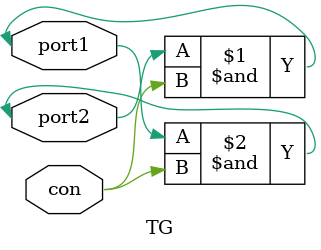
<source format=v>
module FPGA(IO, MAIN_CLOCK, MASTER_WCLOCK, MASTER_RES, CHANGE_ADDR, PROG_COMP, MEM_EN, W_DATA_IN); //Top-Level

inout [19:0]IO;
input MAIN_CLOCK;
input MASTER_WCLOCK, MASTER_RES, CHANGE_ADDR, PROG_COMP, MEM_EN, W_DATA_IN;

wire [76:0]IND_MASTER_EN;
wire [76:0]IND_MASTER_DIN;

//CLB to CB wires
wire [5:0]wcb1;
wire [5:0]wcb2;
wire [5:0]wcb3;
wire [5:0]wcb4;
wire [5:0]wcb5;
wire [5:0]wcb6;
wire [5:0]wcb7;
wire [5:0]wcb8;
wire [5:0]wcb9;
wire [5:0]wcb10;
wire [5:0]wcb11;
wire [5:0]wcb12;
wire [5:0]wcb13;
wire [5:0]wcb14;
wire [5:0]wcb15;
wire [5:0]wcb16;

//Horizontal Interconnects
wire [7:0]hw1;
wire [7:0]hw2;
wire [7:0]hw3;
wire [7:0]hw4;
wire [7:0]hw5;
wire [7:0]hw6;
wire [7:0]hw7;
wire [7:0]hw8;
wire [7:0]hw9;
wire [7:0]hw10;
wire [7:0]hw11;
wire [7:0]hw12;
wire [7:0]hw13;
wire [7:0]hw14;
wire [7:0]hw15;
wire [7:0]hw16;
wire [7:0]hw17;
wire [7:0]hw18;
wire [7:0]hw19;
wire [7:0]hw20;
wire [7:0]hw21;
wire [7:0]hw22;
wire [7:0]hw23;
wire [7:0]hw24;
wire [7:0]hw25;
wire [7:0]hw26;
wire [7:0]hw27;
wire [7:0]hw28;
wire [7:0]hw29;
wire [7:0]hw30;

//Vertical Intorconnects
wire [7:0]vw1;
wire [7:0]vw2;
wire [7:0]vw3;
wire [7:0]vw4;
wire [7:0]vw5;
wire [7:0]vw6;
wire [7:0]vw7;
wire [7:0]vw8;
wire [7:0]vw9;
wire [7:0]vw10;
wire [7:0]vw11;
wire [7:0]vw12;
wire [7:0]vw13;
wire [7:0]vw14;
wire [7:0]vw15;
wire [7:0]vw16;
wire [7:0]vw17;
wire [7:0]vw18;
wire [7:0]vw19;
wire [7:0]vw20;
wire [7:0]vw21;
wire [7:0]vw22;
wire [7:0]vw23;
wire [7:0]vw24;
wire [7:0]vw25;
wire [7:0]vw26;
wire [7:0]vw27;
wire [7:0]vw28;
wire [7:0]vw29;
wire [7:0]vw30;

MEM_CON mem(W_DATA_IN, MEM_EN, CHANGE_ADDR, PROG_COMP, IND_MASTER_EN, IND_MASTER_DIN);

//16 CLB units using 288 bits of memory
CLB clb1(wcb1[0], wcb1[1], wcb1[2], wcb1[3], MAIN_CLOCK, wcb1[4], wcb1[5], MASTER_WCLOCK, IND_MASTER_EN[0], MASTER_RES, IND_MASTER_DIN[0]);
CLB clb2(wcb2[0], wcb2[1], wcb2[2], wcb2[3], MAIN_CLOCK, wcb2[4], wcb2[5], MASTER_WCLOCK, IND_MASTER_EN[1], MASTER_RES, IND_MASTER_DIN[1]);
CLB clb3(wcb3[0], wcb3[1], wcb3[2], wcb3[3], MAIN_CLOCK, wcb3[4], wcb3[5], MASTER_WCLOCK, IND_MASTER_EN[2], MASTER_RES, IND_MASTER_DIN[2]);
CLB clb4(wcb4[0], wcb4[1], wcb4[2], wcb4[3], MAIN_CLOCK, wcb4[4], wcb4[5], MASTER_WCLOCK, IND_MASTER_EN[3], MASTER_RES, IND_MASTER_DIN[3]);

CLB clb5(wcb5[0], wcb5[1], wcb5[2], wcb5[3], MAIN_CLOCK, wcb5[4], wcb5[5], MASTER_WCLOCK, IND_MASTER_EN[4], MASTER_RES, IND_MASTER_DIN[4]);
CLB clb6(wcb6[0], wcb6[1], wcb6[2], wcb6[3], MAIN_CLOCK, wcb6[4], wcb6[5], MASTER_WCLOCK, IND_MASTER_EN[5], MASTER_RES, IND_MASTER_DIN[5]);
CLB clb7(wcb7[0], wcb7[1], wcb7[2], wcb7[3], MAIN_CLOCK, wcb7[4], wcb7[5], MASTER_WCLOCK, IND_MASTER_EN[6], MASTER_RES, IND_MASTER_DIN[6]);
CLB clb8(wcb8[0], wcb8[1], wcb8[2], wcb8[3], MAIN_CLOCK, wcb8[4], wcb8[5], MASTER_WCLOCK, IND_MASTER_EN[7], MASTER_RES, IND_MASTER_DIN[7]);

CLB clb9(wcb9[0], wcb9[1], wcb9[2], wcb9[3], MAIN_CLOCK, wcb9[4], wcb9[5], MASTER_WCLOCK, IND_MASTER_EN[8], MASTER_RES, IND_MASTER_DIN[8]);
CLB clb10(wcb10[0], wcb10[1], wcb10[2], wcb10[3], MAIN_CLOCK, wcb10[4], wcb10[5], MASTER_WCLOCK, IND_MASTER_EN[9], MASTER_RES, IND_MASTER_DIN[9]);
CLB clb11(wcb11[0], wcb11[1], wcb11[2], wcb11[3], MAIN_CLOCK, wcb11[4], wcb11[5], MASTER_WCLOCK, IND_MASTER_EN[10], MASTER_RES, IND_MASTER_DIN[10]);
CLB clb12(wcb12[0], wcb12[1], wcb12[2], wcb12[3], MAIN_CLOCK, wcb12[4], wcb12[5], MASTER_WCLOCK, IND_MASTER_EN[11], MASTER_RES, IND_MASTER_DIN[11]);

CLB clb13(wcb13[0], wcb13[1], wcb13[2], wcb13[3], MAIN_CLOCK, wcb13[4], wcb13[5], MASTER_WCLOCK, IND_MASTER_EN[12], MASTER_RES, IND_MASTER_DIN[12]);
CLB clb14(wcb14[0], wcb14[1], wcb14[2], wcb14[3], MAIN_CLOCK, wcb14[4], wcb14[5], MASTER_WCLOCK, IND_MASTER_EN[13], MASTER_RES, IND_MASTER_DIN[13]);
CLB clb15(wcb15[0], wcb15[1], wcb15[2], wcb15[3], MAIN_CLOCK, wcb15[4], wcb15[5], MASTER_WCLOCK, IND_MASTER_EN[14], MASTER_RES, IND_MASTER_DIN[14]);
CLB clb16(wcb16[0], wcb16[1], wcb16[2], wcb16[3], MAIN_CLOCK, wcb16[4], wcb16[5], MASTER_WCLOCK, IND_MASTER_EN[15], MASTER_RES, IND_MASTER_DIN[15]);

//25 SB units using 9600 bits of memory
SB sb1(vw1, vw6, hw1, hw2, MASTER_WCLOCK, IND_MASTER_EN[16], MASTER_RES, IND_MASTER_DIN[16]);
SB sb2(vw2, vw7, hw2, hw3, MASTER_WCLOCK, IND_MASTER_EN[17], MASTER_RES, IND_MASTER_DIN[17]);
SB sb3(vw3, vw8, hw3, hw4, MASTER_WCLOCK, IND_MASTER_EN[18], MASTER_RES, IND_MASTER_DIN[18]);
SB sb4(vw4, vw9, hw4, hw5, MASTER_WCLOCK, IND_MASTER_EN[19], MASTER_RES, IND_MASTER_DIN[19]);
SB sb5(vw5, vw10, hw5, hw6, MASTER_WCLOCK, IND_MASTER_EN[20], MASTER_RES, IND_MASTER_DIN[20]);

SB sb6(vw6, vw11, hw7, hw8, MASTER_WCLOCK, IND_MASTER_EN[21], MASTER_RES, IND_MASTER_DIN[21]);
SB sb7(vw7, vw12, hw8, hw9, MASTER_WCLOCK, IND_MASTER_EN[22], MASTER_RES, IND_MASTER_DIN[22]);
SB sb8(vw8, vw13, hw9, hw10, MASTER_WCLOCK, IND_MASTER_EN[23], MASTER_RES, IND_MASTER_DIN[23]);
SB sb9(vw9, vw14, hw10, hw11, MASTER_WCLOCK, IND_MASTER_EN[24], MASTER_RES, IND_MASTER_DIN[24]);
SB sb10(vw10, vw15, hw11, hw12, MASTER_WCLOCK, IND_MASTER_EN[25], MASTER_RES, IND_MASTER_DIN[25]);

SB sb11(vw11, vw16, hw13, hw14, MASTER_WCLOCK, IND_MASTER_EN[26], MASTER_RES, IND_MASTER_DIN[26]);
SB sb12(vw12, vw17, hw14, hw15, MASTER_WCLOCK, IND_MASTER_EN[27], MASTER_RES, IND_MASTER_DIN[27]);
SB sb13(vw13, vw18, hw15, hw16, MASTER_WCLOCK, IND_MASTER_EN[28], MASTER_RES, IND_MASTER_DIN[28]);
SB sb14(vw14, vw19, hw16, hw17, MASTER_WCLOCK, IND_MASTER_EN[29], MASTER_RES, IND_MASTER_DIN[29]);
SB sb15(vw15, vw20, hw17, hw18, MASTER_WCLOCK, IND_MASTER_EN[30], MASTER_RES, IND_MASTER_DIN[30]);

SB sb16(vw16, vw21, hw19, hw20, MASTER_WCLOCK, IND_MASTER_EN[31], MASTER_RES, IND_MASTER_DIN[31]);
SB sb17(vw17, vw22, hw20, hw21, MASTER_WCLOCK, IND_MASTER_EN[32], MASTER_RES, IND_MASTER_DIN[32]);
SB sb18(vw18, vw23, hw21, hw22, MASTER_WCLOCK, IND_MASTER_EN[33], MASTER_RES, IND_MASTER_DIN[33]);
SB sb19(vw19, vw24, hw22, hw23, MASTER_WCLOCK, IND_MASTER_EN[34], MASTER_RES, IND_MASTER_DIN[34]);
SB sb20(vw20, vw25, hw23, hw24, MASTER_WCLOCK, IND_MASTER_EN[35], MASTER_RES, IND_MASTER_DIN[35]);

SB sb21(vw21, vw26, hw25, hw26, MASTER_WCLOCK, IND_MASTER_EN[36], MASTER_RES, IND_MASTER_DIN[36]);
SB sb22(vw22, vw27, hw26, hw27, MASTER_WCLOCK, IND_MASTER_EN[37], MASTER_RES, IND_MASTER_DIN[37]);
SB sb23(vw23, vw28, hw27, hw28, MASTER_WCLOCK, IND_MASTER_EN[38], MASTER_RES, IND_MASTER_DIN[38]);
SB sb24(vw24, vw29, hw28, hw29, MASTER_WCLOCK, IND_MASTER_EN[39], MASTER_RES, IND_MASTER_DIN[39]);
SB sb25(vw25, vw30, hw29, hw30, MASTER_WCLOCK, IND_MASTER_EN[40], MASTER_RES, IND_MASTER_DIN[40]);

//16 CB units using 1792 bits of memory
CB cb1(wcb1, hw8, MASTER_WCLOCK, IND_MASTER_EN[41], MASTER_RES, IND_MASTER_DIN[41]);
CB cb2(wcb2, hw9, MASTER_WCLOCK, IND_MASTER_EN[42], MASTER_RES, IND_MASTER_DIN[42]);
CB cb3(wcb3, hw10, MASTER_WCLOCK, IND_MASTER_EN[43], MASTER_RES, IND_MASTER_DIN[43]);
CB cb4(wcb4, hw11, MASTER_WCLOCK, IND_MASTER_EN[44], MASTER_RES, IND_MASTER_DIN[44]);

CB cb5(wcb5, hw14, MASTER_WCLOCK, IND_MASTER_EN[45], MASTER_RES, IND_MASTER_DIN[45]);
CB cb6(wcb6, hw15, MASTER_WCLOCK, IND_MASTER_EN[46], MASTER_RES, IND_MASTER_DIN[46]);
CB cb7(wcb7, hw16, MASTER_WCLOCK, IND_MASTER_EN[47], MASTER_RES, IND_MASTER_DIN[47]);
CB cb8(wcb8, hw17, MASTER_WCLOCK, IND_MASTER_EN[48], MASTER_RES, IND_MASTER_DIN[48]);

CB cb9(wcb9, hw20, MASTER_WCLOCK, IND_MASTER_EN[49], MASTER_RES, IND_MASTER_DIN[49]);
CB cb10(wcb10, hw21, MASTER_WCLOCK, IND_MASTER_EN[50], MASTER_RES, IND_MASTER_DIN[50]);
CB cb11(wcb11, hw22, MASTER_WCLOCK, IND_MASTER_EN[51], MASTER_RES, IND_MASTER_DIN[51]);
CB cb12(wcb12, hw23, MASTER_WCLOCK, IND_MASTER_EN[52], MASTER_RES, IND_MASTER_DIN[52]);

CB cb13(wcb13, hw26, MASTER_WCLOCK, IND_MASTER_EN[53], MASTER_RES, IND_MASTER_DIN[53]);
CB cb14(wcb14, hw27, MASTER_WCLOCK, IND_MASTER_EN[54], MASTER_RES, IND_MASTER_DIN[54]);
CB cb15(wcb15, hw28, MASTER_WCLOCK, IND_MASTER_EN[55], MASTER_RES, IND_MASTER_DIN[55]);
CB cb16(wcb16, hw29, MASTER_WCLOCK, IND_MASTER_EN[56], MASTER_RES, IND_MASTER_DIN[56]);

//20 IOB units using 160 bits of memory
IOB iob1(IO[0], hw1, MASTER_WCLOCK, IND_MASTER_EN[57], MASTER_RES, IND_MASTER_DIN[57]);
IOB iob2(IO[1], hw7, MASTER_WCLOCK, IND_MASTER_EN[58], MASTER_RES, IND_MASTER_DIN[58]);
IOB iob3(IO[2], hw13, MASTER_WCLOCK, IND_MASTER_EN[59], MASTER_RES, IND_MASTER_DIN[59]);
IOB iob4(IO[3], hw19, MASTER_WCLOCK, IND_MASTER_EN[60], MASTER_RES, IND_MASTER_DIN[60]);
IOB iob5(IO[4], hw25, MASTER_WCLOCK, IND_MASTER_EN[61], MASTER_RES, IND_MASTER_DIN[61]);

IOB iob6(IO[5], vw26, MASTER_WCLOCK, IND_MASTER_EN[62], MASTER_RES, IND_MASTER_DIN[62]);
IOB iob7(IO[6], vw27, MASTER_WCLOCK, IND_MASTER_EN[63], MASTER_RES, IND_MASTER_DIN[63]);
IOB iob8(IO[7], vw28, MASTER_WCLOCK, IND_MASTER_EN[64], MASTER_RES, IND_MASTER_DIN[64]);
IOB iob9(IO[8], vw29, MASTER_WCLOCK, IND_MASTER_EN[65], MASTER_RES, IND_MASTER_DIN[65]);
IOB iob10(IO[9], vw30, MASTER_WCLOCK, IND_MASTER_EN[66], MASTER_RES, IND_MASTER_DIN[66]);

IOB iob11(IO[10], hw30, MASTER_WCLOCK, IND_MASTER_EN[67], MASTER_RES, IND_MASTER_DIN[67]);
IOB iob12(IO[11], hw24, MASTER_WCLOCK, IND_MASTER_EN[68], MASTER_RES, IND_MASTER_DIN[68]);
IOB iob13(IO[12], hw18, MASTER_WCLOCK, IND_MASTER_EN[69], MASTER_RES, IND_MASTER_DIN[69]);
IOB iob14(IO[13], hw12, MASTER_WCLOCK, IND_MASTER_EN[70], MASTER_RES, IND_MASTER_DIN[70]);
IOB iob15(IO[14], hw6, MASTER_WCLOCK, IND_MASTER_EN[71], MASTER_RES, IND_MASTER_DIN[71]);

IOB iob16(IO[15], vw5, MASTER_WCLOCK, IND_MASTER_EN[72], MASTER_RES, IND_MASTER_DIN[72]);
IOB iob17(IO[16], vw4, MASTER_WCLOCK, IND_MASTER_EN[73], MASTER_RES, IND_MASTER_DIN[73]);
IOB iob18(IO[17], vw3, MASTER_WCLOCK, IND_MASTER_EN[74], MASTER_RES, IND_MASTER_DIN[74]);
IOB iob19(IO[18], vw2, MASTER_WCLOCK, IND_MASTER_EN[75], MASTER_RES, IND_MASTER_DIN[75]);
IOB iob20(IO[19], vw1, MASTER_WCLOCK, IND_MASTER_EN[76], MASTER_RES, IND_MASTER_DIN[76]);

endmodule


module MEM_CON(MASTER_DIN, MEM_CON_EN, CH_ADDR, PROG_DONE, BLOCK_SEL, BLOCK_DIN); //Memory Controller

input MASTER_DIN, MEM_CON_EN, CH_ADDR, PROG_DONE;
output reg [76:0]BLOCK_SEL;
output reg [76:0]BLOCK_DIN;
wire [6:0]ADDR_BUS;

ADDR_GEN ag1(CH_ADDR, PROG_DONE, ADDR_BUS);

always@*
begin
  if(MEM_CON_EN)
  begin
    case(ADDR_BUS)

    7'd0:
    begin
    BLOCK_SEL = 77'd0;
    BLOCK_DIN = 77'd0;
    BLOCK_SEL[0] = 1'b1;
    BLOCK_DIN[0] = MASTER_DIN;
    end

    7'd1:
    begin
    BLOCK_SEL = 77'd0;
    BLOCK_DIN = 77'd0;
    BLOCK_SEL[1] = 1'b1;
    BLOCK_DIN[1] = MASTER_DIN;
    end

    7'd2:
    begin
    BLOCK_SEL = 77'd0;
    BLOCK_DIN = 77'd0;
    BLOCK_SEL[2] = 1'b1;
    BLOCK_DIN[2] = MASTER_DIN;
    end

    7'd3:
    begin
    BLOCK_SEL = 77'd0;
    BLOCK_DIN = 77'd0;
    BLOCK_SEL[3] = 1'b1;
    BLOCK_DIN[3] = MASTER_DIN;
    end

    7'd4:
    begin
    BLOCK_SEL = 77'd0;
    BLOCK_DIN = 77'd0;
    BLOCK_SEL[4] = 1'b1;
    BLOCK_DIN[4] = MASTER_DIN;
    end

    7'd5:
    begin
    BLOCK_SEL = 77'd0;
    BLOCK_DIN = 77'd0;
    BLOCK_SEL[5] = 1'b1;
    BLOCK_DIN[5] = MASTER_DIN;
    end

    7'd6:
    begin
    BLOCK_SEL = 77'd0;
    BLOCK_DIN = 77'd0;
    BLOCK_SEL[6] = 1'b1;
    BLOCK_DIN[6] = MASTER_DIN;
    end

    7'd7:
    begin
    BLOCK_SEL = 77'd0;
    BLOCK_DIN = 77'd0;
    BLOCK_SEL[7] = 1'b1;
    BLOCK_DIN[7] = MASTER_DIN;
    end

    7'd8:
    begin
    BLOCK_SEL = 77'd0;
    BLOCK_DIN = 77'd0;
    BLOCK_SEL[8] = 1'b1;
    BLOCK_DIN[8] = MASTER_DIN;
    end

    7'd9:
    begin
    BLOCK_SEL = 77'd0;
    BLOCK_DIN = 77'd0;
    BLOCK_SEL[9] = 1'b1;
    BLOCK_DIN[9] = MASTER_DIN;
    end

    7'd10:
    begin
    BLOCK_SEL = 77'd0;
    BLOCK_DIN = 77'd0;
    BLOCK_SEL[10] = 1'b1;
    BLOCK_DIN[10] = MASTER_DIN;
    end

    7'd11:
    begin
    BLOCK_SEL = 77'd0;
    BLOCK_DIN = 77'd0;
    BLOCK_SEL[11] = 1'b1;
    BLOCK_DIN[11] = MASTER_DIN;
    end

    7'd12:
    begin
    BLOCK_SEL = 77'd0;
    BLOCK_DIN = 77'd0;
    BLOCK_SEL[12] = 1'b1;
    BLOCK_DIN[12] = MASTER_DIN;
    end

    7'd13:
    begin
    BLOCK_SEL = 77'd0;
    BLOCK_DIN = 77'd0;
    BLOCK_SEL[13] = 1'b1;
    BLOCK_DIN[13] = MASTER_DIN;
    end

    7'd14:
    begin
    BLOCK_SEL = 77'd0;
    BLOCK_DIN = 77'd0;
    BLOCK_SEL[14] = 1'b1;
    BLOCK_DIN[14] = MASTER_DIN;
    end

    7'd15:
    begin
    BLOCK_SEL = 77'd0;
    BLOCK_DIN = 77'd0;
    BLOCK_SEL[15] = 1'b1;
    BLOCK_DIN[15] = MASTER_DIN;
    end

    7'd16:
    begin
    BLOCK_SEL = 77'd0;
    BLOCK_DIN = 77'd0;
    BLOCK_SEL[16] = 1'b1;
    BLOCK_DIN[16] = MASTER_DIN;
    end

    7'd17:
    begin
    BLOCK_SEL = 77'd0;
    BLOCK_DIN = 77'd0;
    BLOCK_SEL[17] = 1'b1;
    BLOCK_DIN[17] = MASTER_DIN;
    end

    7'd18:
    begin
    BLOCK_SEL = 77'd0;
    BLOCK_DIN = 77'd0;
    BLOCK_SEL[18] = 1'b1;
    BLOCK_DIN[18] = MASTER_DIN;
    end

    7'd19:
    begin
    BLOCK_SEL = 77'd0;
    BLOCK_DIN = 77'd0;
    BLOCK_SEL[19] = 1'b1;
    BLOCK_DIN[19] = MASTER_DIN;
    end

    7'd20:
    begin
    BLOCK_SEL = 77'd0;
    BLOCK_DIN = 77'd0;
    BLOCK_SEL[20] = 1'b1;
    BLOCK_DIN[20] = MASTER_DIN;
    end

    7'd21:
    begin
    BLOCK_SEL = 77'd0;
    BLOCK_DIN = 77'd0;
    BLOCK_SEL[21] = 1'b1;
    BLOCK_DIN[21] = MASTER_DIN;
    end

    7'd22:
    begin
    BLOCK_SEL = 77'd0;
    BLOCK_DIN = 77'd0;
    BLOCK_SEL[22] = 1'b1;
    BLOCK_DIN[22] = MASTER_DIN;
    end

    7'd23:
    begin
    BLOCK_SEL = 77'd0;
    BLOCK_DIN = 77'd0;
    BLOCK_SEL[23] = 1'b1;
    BLOCK_DIN[23] = MASTER_DIN;
    end

    7'd24:
    begin
    BLOCK_SEL = 77'd0;
    BLOCK_DIN = 77'd0;
    BLOCK_SEL[24] = 1'b1;
    BLOCK_DIN[24] = MASTER_DIN;
    end

    7'd25:
    begin
    BLOCK_SEL = 77'd0;
    BLOCK_DIN = 77'd0;
    BLOCK_SEL[25] = 1'b1;
    BLOCK_DIN[25] = MASTER_DIN;
    end

    7'd26:
    begin
    BLOCK_SEL = 77'd0;
    BLOCK_DIN = 77'd0;
    BLOCK_SEL[26] = 1'b1;
    BLOCK_DIN[26] = MASTER_DIN;
    end

    7'd27:
    begin
    BLOCK_SEL = 77'd0;
    BLOCK_DIN = 77'd0;
    BLOCK_SEL[27] = 1'b1;
    BLOCK_DIN[27] = MASTER_DIN;
    end

    7'd28:
    begin
    BLOCK_SEL = 77'd0;
    BLOCK_DIN = 77'd0;
    BLOCK_SEL[28] = 1'b1;
    BLOCK_DIN[28] = MASTER_DIN;
    end

    7'd29:
    begin
    BLOCK_SEL = 77'd0;
    BLOCK_DIN = 77'd0;
    BLOCK_SEL[29] = 1'b1;
    BLOCK_DIN[29] = MASTER_DIN;
    end

    7'd30:
    begin
    BLOCK_SEL = 77'd0;
    BLOCK_DIN = 77'd0;
    BLOCK_SEL[30] = 1'b1;
    BLOCK_DIN[30] = MASTER_DIN;
    end

    7'd31:
    begin
    BLOCK_SEL = 77'd0;
    BLOCK_DIN = 77'd0;
    BLOCK_SEL[31] = 1'b1;
    BLOCK_DIN[31] = MASTER_DIN;
    end

    7'd32:
    begin
    BLOCK_SEL = 77'd0;
    BLOCK_DIN = 77'd0;
    BLOCK_SEL[32] = 1'b1;
    BLOCK_DIN[32] = MASTER_DIN;
    end

    7'd33:
    begin
    BLOCK_SEL = 77'd0;
    BLOCK_DIN = 77'd0;
    BLOCK_SEL[33] = 1'b1;
    BLOCK_DIN[33] = MASTER_DIN;
    end

    7'd34:
    begin
    BLOCK_SEL = 77'd0;
    BLOCK_DIN = 77'd0;
    BLOCK_SEL[34] = 1'b1;
    BLOCK_DIN[34] = MASTER_DIN;
    end

    7'd35:
    begin
    BLOCK_SEL = 77'd0;
    BLOCK_DIN = 77'd0;
    BLOCK_SEL[35] = 1'b1;
    BLOCK_DIN[35] = MASTER_DIN;
    end

    7'd36:
    begin
    BLOCK_SEL = 77'd0;
    BLOCK_DIN = 77'd0;
    BLOCK_SEL[36] = 1'b1;
    BLOCK_DIN[36] = MASTER_DIN;
    end

    7'd37:
    begin
    BLOCK_SEL = 77'd0;
    BLOCK_DIN = 77'd0;
    BLOCK_SEL[37] = 1'b1;
    BLOCK_DIN[37] = MASTER_DIN;
    end

    7'd38:
    begin
    BLOCK_SEL = 77'd0;
    BLOCK_DIN = 77'd0;
    BLOCK_SEL[38] = 1'b1;
    BLOCK_DIN[38] = MASTER_DIN;
    end

    7'd39:
    begin
    BLOCK_SEL = 77'd0;
    BLOCK_DIN = 77'd0;
    BLOCK_SEL[39] = 1'b1;
    BLOCK_DIN[39] = MASTER_DIN;
    end

    7'd40:
    begin
    BLOCK_SEL = 77'd0;
    BLOCK_DIN = 77'd0;
    BLOCK_SEL[40] = 1'b1;
    BLOCK_DIN[40] = MASTER_DIN;
    end

    7'd41:
    begin
    BLOCK_SEL = 77'd0;
    BLOCK_DIN = 77'd0;
    BLOCK_SEL[41] = 1'b1;
    BLOCK_DIN[41] = MASTER_DIN;
    end

    7'd42:
    begin
    BLOCK_SEL = 77'd0;
    BLOCK_DIN = 77'd0;
    BLOCK_SEL[42] = 1'b1;
    BLOCK_DIN[42] = MASTER_DIN;
    end

    7'd43:
    begin
    BLOCK_SEL = 77'd0;
    BLOCK_DIN = 77'd0;
    BLOCK_SEL[43] = 1'b1;
    BLOCK_DIN[43] = MASTER_DIN;
    end

    7'd44:
    begin
    BLOCK_SEL = 77'd0;
    BLOCK_DIN = 77'd0;
    BLOCK_SEL[44] = 1'b1;
    BLOCK_DIN[44] = MASTER_DIN;
    end

    7'd45:
    begin
    BLOCK_SEL = 77'd0;
    BLOCK_DIN = 77'd0;
    BLOCK_SEL[45] = 1'b1;
    BLOCK_DIN[45] = MASTER_DIN;
    end

    7'd46:
    begin
    BLOCK_SEL = 77'd0;
    BLOCK_DIN = 77'd0;
    BLOCK_SEL[46] = 1'b1;
    BLOCK_DIN[46] = MASTER_DIN;
    end

    7'd47:
    begin
    BLOCK_SEL = 77'd0;
    BLOCK_DIN = 77'd0;
    BLOCK_SEL[47] = 1'b1;
    BLOCK_DIN[47] = MASTER_DIN;
    end

    7'd48:
    begin
    BLOCK_SEL = 77'd0;
    BLOCK_DIN = 77'd0;
    BLOCK_SEL[48] = 1'b1;
    BLOCK_DIN[48] = MASTER_DIN;
    end

    7'd49:
    begin
    BLOCK_SEL = 77'd0;
    BLOCK_DIN = 77'd0;
    BLOCK_SEL[49] = 1'b1;
    BLOCK_DIN[49] = MASTER_DIN;
    end

    7'd50:
    begin
    BLOCK_SEL = 77'd0;
    BLOCK_DIN = 77'd0;
    BLOCK_SEL[50] = 1'b1;
    BLOCK_DIN[50] = MASTER_DIN;
    end

    7'd51:
    begin
    BLOCK_SEL = 77'd0;
    BLOCK_DIN = 77'd0;
    BLOCK_SEL[51] = 1'b1;
    BLOCK_DIN[51] = MASTER_DIN;
    end

    7'd52:
    begin
    BLOCK_SEL = 77'd0;
    BLOCK_DIN = 77'd0;
    BLOCK_SEL[52] = 1'b1;
    BLOCK_DIN[52] = MASTER_DIN;
    end

    7'd53:
    begin
    BLOCK_SEL = 77'd0;
    BLOCK_DIN = 77'd0;
    BLOCK_SEL[53] = 1'b1;
    BLOCK_DIN[53] = MASTER_DIN;
    end

    7'd54:
    begin
    BLOCK_SEL = 77'd0;
    BLOCK_DIN = 77'd0;
    BLOCK_SEL[54] = 1'b1;
    BLOCK_DIN[54] = MASTER_DIN;
    end

    7'd55:
    begin
    BLOCK_SEL = 77'd0;
    BLOCK_DIN = 77'd0;
    BLOCK_SEL[55] = 1'b1;
    BLOCK_DIN[55] = MASTER_DIN;
    end

    7'd56:
    begin
    BLOCK_SEL = 77'd0;
    BLOCK_DIN = 77'd0;
    BLOCK_SEL[56] = 1'b1;
    BLOCK_DIN[56] = MASTER_DIN;
    end

    7'd57:
    begin
    BLOCK_SEL = 77'd0;
    BLOCK_DIN = 77'd0;
    BLOCK_SEL[57] = 1'b1;
    BLOCK_DIN[57] = MASTER_DIN;
    end

    7'd58:
    begin
    BLOCK_SEL = 77'd0;
    BLOCK_DIN = 77'd0;
    BLOCK_SEL[58] = 1'b1;
    BLOCK_DIN[58] = MASTER_DIN;
    end

    7'd59:
    begin
    BLOCK_SEL = 77'd0;
    BLOCK_DIN = 77'd0;
    BLOCK_SEL[59] = 1'b1;
    BLOCK_DIN[59] = MASTER_DIN;
    end

    7'd60:
    begin
    BLOCK_SEL = 77'd0;
    BLOCK_DIN = 77'd0;
    BLOCK_SEL[60] = 1'b1;
    BLOCK_DIN[60] = MASTER_DIN;
    end

    7'd61:
    begin
    BLOCK_SEL = 77'd0;
    BLOCK_DIN = 77'd0;
    BLOCK_SEL[61] = 1'b1;
    BLOCK_DIN[61] = MASTER_DIN;
    end

    7'd62:
    begin
    BLOCK_SEL = 77'd0;
    BLOCK_DIN = 77'd0;
    BLOCK_SEL[62] = 1'b1;
    BLOCK_DIN[62] = MASTER_DIN;
    end

    7'd63:
    begin
    BLOCK_SEL = 77'd0;
    BLOCK_DIN = 77'd0;
    BLOCK_SEL[63] = 1'b1;
    BLOCK_DIN[63] = MASTER_DIN;
    end

    7'd64:
    begin
    BLOCK_SEL = 77'd0;
    BLOCK_DIN = 77'd0;
    BLOCK_SEL[64] = 1'b1;
    BLOCK_DIN[64] = MASTER_DIN;
    end

    7'd65:
    begin
    BLOCK_SEL = 77'd0;
    BLOCK_DIN = 77'd0;
    BLOCK_SEL[65] = 1'b1;
    BLOCK_DIN[65] = MASTER_DIN;
    end

    7'd66:
    begin
    BLOCK_SEL = 77'd0;
    BLOCK_DIN = 77'd0;
    BLOCK_SEL[66] = 1'b1;
    BLOCK_DIN[66] = MASTER_DIN;
    end

    7'd67:
    begin
    BLOCK_SEL = 77'd0;
    BLOCK_DIN = 77'd0;
    BLOCK_SEL[67] = 1'b1;
    BLOCK_DIN[67] = MASTER_DIN;
    end

    7'd68:
    begin
    BLOCK_SEL = 77'd0;
    BLOCK_DIN = 77'd0;
    BLOCK_SEL[68] = 1'b1;
    BLOCK_DIN[68] = MASTER_DIN;
    end

    7'd69:
    begin
    BLOCK_SEL = 77'd0;
    BLOCK_DIN = 77'd0;
    BLOCK_SEL[69] = 1'b1;
    BLOCK_DIN[69] = MASTER_DIN;
    end

    7'd70:
    begin
    BLOCK_SEL = 77'd0;
    BLOCK_DIN = 77'd0;
    BLOCK_SEL[70] = 1'b1;
    BLOCK_DIN[70] = MASTER_DIN;
    end

    7'd71:
    begin
    BLOCK_SEL = 77'd0;
    BLOCK_DIN = 77'd0;
    BLOCK_SEL[71] = 1'b1;
    BLOCK_DIN[71] = MASTER_DIN;
    end

    7'd72:
    begin
    BLOCK_SEL = 77'd0;
    BLOCK_DIN = 77'd0;
    BLOCK_SEL[72] = 1'b1;
    BLOCK_DIN[72] = MASTER_DIN;
    end

    7'd73:
    begin
    BLOCK_SEL = 77'd0;
    BLOCK_DIN = 77'd0;
    BLOCK_SEL[73] = 1'b1;
    BLOCK_DIN[73] = MASTER_DIN;
    end

    7'd74:
    begin
    BLOCK_SEL = 77'd0;
    BLOCK_DIN = 77'd0;
    BLOCK_SEL[74] = 1'b1;
    BLOCK_DIN[74] = MASTER_DIN;
    end

    7'd75:
    begin
    BLOCK_SEL = 77'd0;
    BLOCK_DIN = 77'd0;
    BLOCK_SEL[75] = 1'b1;
    BLOCK_DIN[75] = MASTER_DIN;
    end

    7'd76:
    begin
    BLOCK_SEL = 77'd0;
    BLOCK_DIN = 77'd0;
    BLOCK_SEL[76] = 1'b1;
    BLOCK_DIN[76] = MASTER_DIN;
    end

    default:
    begin
    BLOCK_SEL = 77'd0;
    BLOCK_DIN = 77'd0;
    end

    endcase
  end
end

endmodule


module ADDR_GEN(CH, RES, ADDR); //Address Generator

input CH, RES;
output reg [6:0]ADDR;

always@*
begin
  ADDR = 7'd0;
  if(~RES)
  begin
    if(CH)
    begin
      ADDR <= ADDR + 1;
    end
    else
    begin
      ADDR <= ADDR;
    end
  end
  else
  begin
    ADDR <= 7'd0;
  end
end

endmodule


module CLB(a, b, c, d, clock, reset, out, DAT_CLK_CLB, DAT_EN_CLB, DAT_RES_CLB, DAT_CLB); //Configurable Logic Blocks
  
  input DAT_CLK_CLB, DAT_EN_CLB, DAT_RES_CLB, DAT_CLB;
  input clock, reset;
  input a,b,c,d;
  output out;
  wire [17:0]IND_CLB;
  wire [7:0]SIPO_logic_bits_ti = IND_CLB[7:0];
  wire [7:0]SIPO_logic_bits_fi = IND_CLB[15:8];
  wire SIPO_clk_select = IND_CLB[16];
  wire SIPO_mem_enable = IND_CLB[17];
  wire n1, n2, n3, n4, clock_mod;

  SIPO_CLB sclb1(DAT_CLK_CLB, DAT_EN_CLB, DAT_RES_CLB, DAT_CLB, IND_CLB);

  LUT_3 l1(SIPO_logic_bits_ti, a, b, c, n1);
  LUT_3 l2(SIPO_logic_bits_fi, a, b, c, n2);
  mux_2x1 m1(n1, n2, d, n3);
  mux_2x1 m2(clock, ~clock, SIPO_clk_select, clock_mod);
  D_FF ff1(clock_mod, reset, n3, n4);
  mux_2x1 m3(n3, n4, SIPO_mem_enable, out);

endmodule


module SIPO_CLB(WCLOCK, EN, RES, DAT_IN, DAT_OUT); //Serial Input Parallel Output Register Block for CLB

input WCLOCK, EN, RES, DAT_IN;
output reg[17:0] DAT_OUT;

always@(posedge WCLOCK)
begin
  if(~RES)
  begin
    if(EN)
    begin
    DAT_OUT[17] <= DAT_IN;
    DAT_OUT[16] <= DAT_OUT[17];
    DAT_OUT[15] <= DAT_OUT[16];
    DAT_OUT[14] <= DAT_OUT[15];
    DAT_OUT[13] <= DAT_OUT[14];
    DAT_OUT[12] <= DAT_OUT[13];
    DAT_OUT[11] <= DAT_OUT[12];
    DAT_OUT[10] <= DAT_OUT[11];
    DAT_OUT[9] <= DAT_OUT[10];
    DAT_OUT[8] <= DAT_OUT[9];
    DAT_OUT[7] <= DAT_OUT[8];
    DAT_OUT[6] <= DAT_OUT[7];
    DAT_OUT[5] <= DAT_OUT[6];
    DAT_OUT[4] <= DAT_OUT[5];
    DAT_OUT[3] <= DAT_OUT[4];
    DAT_OUT[2] <= DAT_OUT[3];
    DAT_OUT[1] <= DAT_OUT[2];
    DAT_OUT[0] <= DAT_OUT[1];
    end
    else
    begin
    DAT_OUT <= DAT_OUT;
    end
  end
  else
  begin
  DAT_OUT <= 18'd0;
  end
end

endmodule


module SB(top_bus, bottom_bus, left_bus, right_bus, DAT_CLK_SB, DAT_EN_SB, DAT_RES_SB, DAT_SB); //Switch Block

  inout [7:0]top_bus;
  inout [7:0]bottom_bus;
  inout [7:0]left_bus;
  inout [7:0]right_bus;
  input DAT_CLK_SB, DAT_EN_SB, DAT_RES_SB, DAT_SB;
  wire [383:0]IND_SB;
  wire [55:0]hn;
  wire [55:0]vn;

  SIPO_SB ssb1(DAT_CLK_SB, DAT_EN_SB, DAT_RES_SB, DAT_SB, IND_SB);
  
  SU s1(top_bus[0], vn[0], left_bus[0], hn[0], IND_SB[5:0]);
  SU s2(top_bus[1], vn[1], hn[0], hn[1], IND_SB[11:6]);
  SU s3(top_bus[2], vn[2], hn[1], hn[2], IND_SB[17:12]);
  SU s4(top_bus[3], vn[3], hn[2], hn[3], IND_SB[23:18]);
  SU s5(top_bus[4], vn[4], hn[3], hn[4], IND_SB[29:24]);
  SU s6(top_bus[5], vn[5], hn[4], hn[5], IND_SB[35:30]);
  SU s7(top_bus[6], vn[6], hn[5], hn[6], IND_SB[41:36]);
  SU s8(top_bus[7], vn[7], hn[6], right_bus[0], IND_SB[47:42]);
  
  SU s9(vn[0], vn[8], left_bus[1], hn[7], IND_SB[53:48]);
  SU s10(vn[1], vn[9], hn[7], hn[8], IND_SB[59:54]);
  SU s11(vn[2], vn[10], hn[8], hn[9], IND_SB[65:60]);
  SU s12(vn[3], vn[11], hn[9], hn[10], IND_SB[71:66]);
  SU s13(vn[4], vn[12], hn[10], hn[11], IND_SB[77:72]);
  SU s14(vn[5], vn[13], hn[11], hn[12], IND_SB[83:78]);
  SU s15(vn[6], vn[14], hn[12], hn[13], IND_SB[89:84]);
  SU s16(vn[7], vn[15], hn[13], right_bus[1], IND_SB[95:90]);
  
  SU s17(vn[8], vn[16], left_bus[2], hn[14], IND_SB[101:96]);
  SU s18(vn[9], vn[17], hn[14], hn[15], IND_SB[107:102]);
  SU s19(vn[10], vn[18], hn[15], hn[16], IND_SB[113:108]);
  SU s20(vn[11], vn[19], hn[16], hn[17], IND_SB[119:114]);
  SU s21(vn[12], vn[20], hn[17], hn[18], IND_SB[125:120]);
  SU s22(vn[13], vn[21], hn[18], hn[19], IND_SB[131:126]);
  SU s23(vn[14], vn[22], hn[19], hn[20], IND_SB[137:132]);
  SU s24(vn[15], vn[23], hn[20], right_bus[2], IND_SB[143:138]);
  
  SU s25(vn[16], vn[24], left_bus[3], hn[21], IND_SB[149:144]);
  SU s26(vn[17], vn[25], hn[21], hn[22], IND_SB[155:150]);
  SU s27(vn[18], vn[26], hn[22], hn[23], IND_SB[161:156]);
  SU s28(vn[19], vn[27], hn[23], hn[24], IND_SB[167:162]);
  SU s29(vn[20], vn[28], hn[24], hn[25], IND_SB[173:168]);
  SU s30(vn[21], vn[29], hn[25], hn[26], IND_SB[179:174]);
  SU s31(vn[22], vn[30], hn[26], hn[27], IND_SB[185:180]);
  SU s32(vn[23], vn[31], hn[27], right_bus[3], IND_SB[191:186]);
  
  SU s33(vn[24], vn[32], left_bus[4], hn[28], IND_SB[197:192]);
  SU s34(vn[25], vn[33], hn[28], hn[29], IND_SB[203:198]);
  SU s35(vn[26], vn[34], hn[29], hn[30], IND_SB[209:204]);
  SU s36(vn[27], vn[35], hn[30], hn[31], IND_SB[215:210]);
  SU s37(vn[28], vn[36], hn[31], hn[32], IND_SB[221:216]);
  SU s38(vn[29], vn[37], hn[32], hn[33], IND_SB[227:222]);
  SU s39(vn[30], vn[38], hn[33], hn[34], IND_SB[233:228]);
  SU s40(vn[31], vn[39], hn[34], right_bus[4], IND_SB[239:234]);
  
  SU s41(vn[32], vn[40], left_bus[5], hn[35], IND_SB[245:240]);
  SU s42(vn[33], vn[41], hn[35], hn[36], IND_SB[251:246]);
  SU s43(vn[34], vn[42], hn[36], hn[37], IND_SB[257:252]);
  SU s44(vn[35], vn[43], hn[37], hn[38], IND_SB[263:258]);
  SU s45(vn[36], vn[44], hn[38], hn[39], IND_SB[269:264]);
  SU s46(vn[37], vn[45], hn[39], hn[40], IND_SB[275:270]);
  SU s47(vn[38], vn[46], hn[40], hn[41], IND_SB[281:276]);
  SU s48(vn[39], vn[47], hn[41], right_bus[5], IND_SB[287:282]);
  
  SU s49(vn[40], vn[48], left_bus[6], hn[42], IND_SB[293:288]);
  SU s50(vn[41], vn[49], hn[42], hn[43], IND_SB[299:294]);
  SU s51(vn[42], vn[50], hn[43], hn[44], IND_SB[305:300]);
  SU s52(vn[43], vn[51], hn[44], hn[45], IND_SB[311:306]);
  SU s53(vn[44], vn[52], hn[45], hn[46], IND_SB[317:312]);
  SU s54(vn[45], vn[53], hn[46], hn[47], IND_SB[323:318]);
  SU s55(vn[46], vn[54], hn[47], hn[48], IND_SB[329:324]);
  SU s56(vn[47], vn[55], hn[48], right_bus[6], IND_SB[335:330]);
  
  SU s57(vn[48], bottom_bus[0], left_bus[7], hn[49], IND_SB[341:336]);
  SU s58(vn[49], bottom_bus[1], hn[49], hn[50], IND_SB[347:342]);
  SU s59(vn[50], bottom_bus[2], hn[50], hn[51], IND_SB[353:348]);
  SU s60(vn[51], bottom_bus[3], hn[51], hn[52], IND_SB[359:354]);
  SU s61(vn[52], bottom_bus[4], hn[52], hn[53], IND_SB[365:360]);
  SU s62(vn[53], bottom_bus[5], hn[53], hn[54], IND_SB[371:366]);
  SU s63(vn[54], bottom_bus[6], hn[54], hn[55], IND_SB[377:372]);
  SU s64(vn[55], bottom_bus[7], hn[55], right_bus[7], IND_SB[383:378]);
  
endmodule


module SIPO_SB(CLOCK_SB, EN_SB, RES_SB, DAT_IN_SB, DAT_OUT_SB); //Serial Input Parallel Output Register Block for SB

input CLOCK_SB,DAT_IN_SB,EN_SB,RES_SB;
output reg[383:0]DAT_OUT_SB;

always@(posedge CLOCK_SB)
if(~RES_SB)
begin
if(EN_SB)
begin
  DAT_OUT_SB[383] <= DAT_IN_SB;
  DAT_OUT_SB[382] <= DAT_OUT_SB[383];
  DAT_OUT_SB[381] <= DAT_OUT_SB[382];
  DAT_OUT_SB[380] <= DAT_OUT_SB[381];
  DAT_OUT_SB[379] <= DAT_OUT_SB[380];
  DAT_OUT_SB[378] <= DAT_OUT_SB[379];
  DAT_OUT_SB[377] <= DAT_OUT_SB[378];
  DAT_OUT_SB[376] <= DAT_OUT_SB[377];
  DAT_OUT_SB[375] <= DAT_OUT_SB[376];
  DAT_OUT_SB[374] <= DAT_OUT_SB[375];
  DAT_OUT_SB[373] <= DAT_OUT_SB[374];
  DAT_OUT_SB[372] <= DAT_OUT_SB[373];
  DAT_OUT_SB[371] <= DAT_OUT_SB[372];
  DAT_OUT_SB[370] <= DAT_OUT_SB[371];
  DAT_OUT_SB[369] <= DAT_OUT_SB[370];
  DAT_OUT_SB[368] <= DAT_OUT_SB[369];
  DAT_OUT_SB[367] <= DAT_OUT_SB[368];
  DAT_OUT_SB[366] <= DAT_OUT_SB[367];
  DAT_OUT_SB[365] <= DAT_OUT_SB[366];
  DAT_OUT_SB[364] <= DAT_OUT_SB[365];
  DAT_OUT_SB[363] <= DAT_OUT_SB[364];
  DAT_OUT_SB[362] <= DAT_OUT_SB[363];
  DAT_OUT_SB[361] <= DAT_OUT_SB[362];
  DAT_OUT_SB[360] <= DAT_OUT_SB[361];
  DAT_OUT_SB[359] <= DAT_OUT_SB[360];
  DAT_OUT_SB[358] <= DAT_OUT_SB[359];
  DAT_OUT_SB[357] <= DAT_OUT_SB[358];
  DAT_OUT_SB[356] <= DAT_OUT_SB[357];
  DAT_OUT_SB[355] <= DAT_OUT_SB[356];
  DAT_OUT_SB[354] <= DAT_OUT_SB[355];
  DAT_OUT_SB[353] <= DAT_OUT_SB[354];
  DAT_OUT_SB[352] <= DAT_OUT_SB[353];
  DAT_OUT_SB[351] <= DAT_OUT_SB[352];
  DAT_OUT_SB[350] <= DAT_OUT_SB[351];
  DAT_OUT_SB[349] <= DAT_OUT_SB[350];
  DAT_OUT_SB[348] <= DAT_OUT_SB[349];
  DAT_OUT_SB[347] <= DAT_OUT_SB[348];
  DAT_OUT_SB[346] <= DAT_OUT_SB[347];
  DAT_OUT_SB[345] <= DAT_OUT_SB[346];
  DAT_OUT_SB[344] <= DAT_OUT_SB[345];
  DAT_OUT_SB[343] <= DAT_OUT_SB[344];
  DAT_OUT_SB[342] <= DAT_OUT_SB[343];
  DAT_OUT_SB[341] <= DAT_OUT_SB[342];
  DAT_OUT_SB[340] <= DAT_OUT_SB[341];
  DAT_OUT_SB[339] <= DAT_OUT_SB[340];
  DAT_OUT_SB[338] <= DAT_OUT_SB[339];
  DAT_OUT_SB[337] <= DAT_OUT_SB[338];
  DAT_OUT_SB[336] <= DAT_OUT_SB[337];
  DAT_OUT_SB[335] <= DAT_OUT_SB[336];
  DAT_OUT_SB[334] <= DAT_OUT_SB[335];
  DAT_OUT_SB[333] <= DAT_OUT_SB[334];
  DAT_OUT_SB[332] <= DAT_OUT_SB[333];
  DAT_OUT_SB[331] <= DAT_OUT_SB[332];
  DAT_OUT_SB[330] <= DAT_OUT_SB[331];
  DAT_OUT_SB[329] <= DAT_OUT_SB[330];
  DAT_OUT_SB[328] <= DAT_OUT_SB[329];
  DAT_OUT_SB[327] <= DAT_OUT_SB[328];
  DAT_OUT_SB[326] <= DAT_OUT_SB[327];
  DAT_OUT_SB[325] <= DAT_OUT_SB[326];
  DAT_OUT_SB[324] <= DAT_OUT_SB[325];
  DAT_OUT_SB[323] <= DAT_OUT_SB[324];
  DAT_OUT_SB[322] <= DAT_OUT_SB[323];
  DAT_OUT_SB[321] <= DAT_OUT_SB[322];
  DAT_OUT_SB[320] <= DAT_OUT_SB[321];
  DAT_OUT_SB[319] <= DAT_OUT_SB[320];
  DAT_OUT_SB[318] <= DAT_OUT_SB[319];
  DAT_OUT_SB[317] <= DAT_OUT_SB[318];
  DAT_OUT_SB[316] <= DAT_OUT_SB[317];
  DAT_OUT_SB[315] <= DAT_OUT_SB[316];
  DAT_OUT_SB[314] <= DAT_OUT_SB[315];
  DAT_OUT_SB[313] <= DAT_OUT_SB[314];
  DAT_OUT_SB[312] <= DAT_OUT_SB[313];
  DAT_OUT_SB[311] <= DAT_OUT_SB[312];
  DAT_OUT_SB[310] <= DAT_OUT_SB[311];
  DAT_OUT_SB[309] <= DAT_OUT_SB[310];
  DAT_OUT_SB[308] <= DAT_OUT_SB[309];
  DAT_OUT_SB[307] <= DAT_OUT_SB[308];
  DAT_OUT_SB[306] <= DAT_OUT_SB[307];
  DAT_OUT_SB[305] <= DAT_OUT_SB[306];
  DAT_OUT_SB[304] <= DAT_OUT_SB[305];
  DAT_OUT_SB[303] <= DAT_OUT_SB[304];
  DAT_OUT_SB[302] <= DAT_OUT_SB[303];
  DAT_OUT_SB[301] <= DAT_OUT_SB[302];
  DAT_OUT_SB[300] <= DAT_OUT_SB[301];
  DAT_OUT_SB[299] <= DAT_OUT_SB[300];
  DAT_OUT_SB[298] <= DAT_OUT_SB[299];
  DAT_OUT_SB[297] <= DAT_OUT_SB[298];
  DAT_OUT_SB[296] <= DAT_OUT_SB[297];
  DAT_OUT_SB[295] <= DAT_OUT_SB[296];
  DAT_OUT_SB[294] <= DAT_OUT_SB[295];
  DAT_OUT_SB[293] <= DAT_OUT_SB[294];
  DAT_OUT_SB[292] <= DAT_OUT_SB[293];
  DAT_OUT_SB[291] <= DAT_OUT_SB[292];
  DAT_OUT_SB[290] <= DAT_OUT_SB[291];
  DAT_OUT_SB[289] <= DAT_OUT_SB[290];
  DAT_OUT_SB[288] <= DAT_OUT_SB[289];
  DAT_OUT_SB[287] <= DAT_OUT_SB[288];
  DAT_OUT_SB[286] <= DAT_OUT_SB[287];
  DAT_OUT_SB[285] <= DAT_OUT_SB[286];
  DAT_OUT_SB[284] <= DAT_OUT_SB[285];
  DAT_OUT_SB[283] <= DAT_OUT_SB[284];
  DAT_OUT_SB[282] <= DAT_OUT_SB[283];
  DAT_OUT_SB[281] <= DAT_OUT_SB[282];
  DAT_OUT_SB[280] <= DAT_OUT_SB[281];
  DAT_OUT_SB[279] <= DAT_OUT_SB[280];
  DAT_OUT_SB[278] <= DAT_OUT_SB[279];
  DAT_OUT_SB[277] <= DAT_OUT_SB[278];
  DAT_OUT_SB[276] <= DAT_OUT_SB[277];
  DAT_OUT_SB[275] <= DAT_OUT_SB[276];
  DAT_OUT_SB[274] <= DAT_OUT_SB[275];
  DAT_OUT_SB[273] <= DAT_OUT_SB[274];
  DAT_OUT_SB[272] <= DAT_OUT_SB[273];
  DAT_OUT_SB[271] <= DAT_OUT_SB[272];
  DAT_OUT_SB[270] <= DAT_OUT_SB[271];
  DAT_OUT_SB[269] <= DAT_OUT_SB[270];
  DAT_OUT_SB[268] <= DAT_OUT_SB[269];
  DAT_OUT_SB[267] <= DAT_OUT_SB[268];
  DAT_OUT_SB[266] <= DAT_OUT_SB[267];
  DAT_OUT_SB[265] <= DAT_OUT_SB[266];
  DAT_OUT_SB[264] <= DAT_OUT_SB[265];
  DAT_OUT_SB[263] <= DAT_OUT_SB[264];
  DAT_OUT_SB[262] <= DAT_OUT_SB[263];
  DAT_OUT_SB[261] <= DAT_OUT_SB[262];
  DAT_OUT_SB[260] <= DAT_OUT_SB[261];
  DAT_OUT_SB[259] <= DAT_OUT_SB[260];
  DAT_OUT_SB[258] <= DAT_OUT_SB[259];
  DAT_OUT_SB[257] <= DAT_OUT_SB[258];
  DAT_OUT_SB[256] <= DAT_OUT_SB[257];
  DAT_OUT_SB[255] <= DAT_OUT_SB[256];
  DAT_OUT_SB[254] <= DAT_OUT_SB[255];
  DAT_OUT_SB[253] <= DAT_OUT_SB[254];
  DAT_OUT_SB[252] <= DAT_OUT_SB[253];
  DAT_OUT_SB[251] <= DAT_OUT_SB[252];
  DAT_OUT_SB[250] <= DAT_OUT_SB[251];
  DAT_OUT_SB[249] <= DAT_OUT_SB[250];
  DAT_OUT_SB[248] <= DAT_OUT_SB[249];
  DAT_OUT_SB[247] <= DAT_OUT_SB[248];
  DAT_OUT_SB[246] <= DAT_OUT_SB[247];
  DAT_OUT_SB[245] <= DAT_OUT_SB[246];
  DAT_OUT_SB[244] <= DAT_OUT_SB[245];
  DAT_OUT_SB[243] <= DAT_OUT_SB[244];
  DAT_OUT_SB[242] <= DAT_OUT_SB[243];
  DAT_OUT_SB[241] <= DAT_OUT_SB[242];
  DAT_OUT_SB[240] <= DAT_OUT_SB[241];
  DAT_OUT_SB[239] <= DAT_OUT_SB[240];
  DAT_OUT_SB[238] <= DAT_OUT_SB[239];
  DAT_OUT_SB[237] <= DAT_OUT_SB[238];
  DAT_OUT_SB[236] <= DAT_OUT_SB[237];
  DAT_OUT_SB[235] <= DAT_OUT_SB[236];
  DAT_OUT_SB[234] <= DAT_OUT_SB[235];
  DAT_OUT_SB[233] <= DAT_OUT_SB[234];
  DAT_OUT_SB[232] <= DAT_OUT_SB[233];
  DAT_OUT_SB[231] <= DAT_OUT_SB[232];
  DAT_OUT_SB[230] <= DAT_OUT_SB[231];
  DAT_OUT_SB[229] <= DAT_OUT_SB[230];
  DAT_OUT_SB[228] <= DAT_OUT_SB[229];
  DAT_OUT_SB[227] <= DAT_OUT_SB[228];
  DAT_OUT_SB[226] <= DAT_OUT_SB[227];
  DAT_OUT_SB[225] <= DAT_OUT_SB[226];
  DAT_OUT_SB[224] <= DAT_OUT_SB[225];
  DAT_OUT_SB[223] <= DAT_OUT_SB[224];
  DAT_OUT_SB[222] <= DAT_OUT_SB[223];
  DAT_OUT_SB[221] <= DAT_OUT_SB[222];
  DAT_OUT_SB[220] <= DAT_OUT_SB[221];
  DAT_OUT_SB[219] <= DAT_OUT_SB[220];
  DAT_OUT_SB[218] <= DAT_OUT_SB[219];
  DAT_OUT_SB[217] <= DAT_OUT_SB[218];
  DAT_OUT_SB[216] <= DAT_OUT_SB[217];
  DAT_OUT_SB[215] <= DAT_OUT_SB[216];
  DAT_OUT_SB[214] <= DAT_OUT_SB[215];
  DAT_OUT_SB[213] <= DAT_OUT_SB[214];
  DAT_OUT_SB[212] <= DAT_OUT_SB[213];
  DAT_OUT_SB[211] <= DAT_OUT_SB[212];
  DAT_OUT_SB[210] <= DAT_OUT_SB[211];
  DAT_OUT_SB[209] <= DAT_OUT_SB[210];
  DAT_OUT_SB[208] <= DAT_OUT_SB[209];
  DAT_OUT_SB[207] <= DAT_OUT_SB[208];
  DAT_OUT_SB[206] <= DAT_OUT_SB[207];
  DAT_OUT_SB[205] <= DAT_OUT_SB[206];
  DAT_OUT_SB[204] <= DAT_OUT_SB[205];
  DAT_OUT_SB[203] <= DAT_OUT_SB[204];
  DAT_OUT_SB[202] <= DAT_OUT_SB[203];
  DAT_OUT_SB[201] <= DAT_OUT_SB[202];
  DAT_OUT_SB[200] <= DAT_OUT_SB[201];
  DAT_OUT_SB[199] <= DAT_OUT_SB[200];
  DAT_OUT_SB[198] <= DAT_OUT_SB[199];
  DAT_OUT_SB[197] <= DAT_OUT_SB[198];
  DAT_OUT_SB[196] <= DAT_OUT_SB[197];
  DAT_OUT_SB[195] <= DAT_OUT_SB[196];
  DAT_OUT_SB[194] <= DAT_OUT_SB[195];
  DAT_OUT_SB[193] <= DAT_OUT_SB[194];
  DAT_OUT_SB[192] <= DAT_OUT_SB[193];
  DAT_OUT_SB[191] <= DAT_OUT_SB[192];
  DAT_OUT_SB[190] <= DAT_OUT_SB[191];
  DAT_OUT_SB[189] <= DAT_OUT_SB[190];
  DAT_OUT_SB[188] <= DAT_OUT_SB[189];
  DAT_OUT_SB[187] <= DAT_OUT_SB[188];
  DAT_OUT_SB[186] <= DAT_OUT_SB[187];
  DAT_OUT_SB[185] <= DAT_OUT_SB[186];
  DAT_OUT_SB[184] <= DAT_OUT_SB[185];
  DAT_OUT_SB[183] <= DAT_OUT_SB[184];
  DAT_OUT_SB[182] <= DAT_OUT_SB[183];
  DAT_OUT_SB[181] <= DAT_OUT_SB[182];
  DAT_OUT_SB[180] <= DAT_OUT_SB[181];
  DAT_OUT_SB[179] <= DAT_OUT_SB[180];
  DAT_OUT_SB[178] <= DAT_OUT_SB[179];
  DAT_OUT_SB[177] <= DAT_OUT_SB[178];
  DAT_OUT_SB[176] <= DAT_OUT_SB[177];
  DAT_OUT_SB[175] <= DAT_OUT_SB[176];
  DAT_OUT_SB[174] <= DAT_OUT_SB[175];
  DAT_OUT_SB[173] <= DAT_OUT_SB[174];
  DAT_OUT_SB[172] <= DAT_OUT_SB[173];
  DAT_OUT_SB[171] <= DAT_OUT_SB[172];
  DAT_OUT_SB[170] <= DAT_OUT_SB[171];
  DAT_OUT_SB[169] <= DAT_OUT_SB[170];
  DAT_OUT_SB[168] <= DAT_OUT_SB[169];
  DAT_OUT_SB[167] <= DAT_OUT_SB[168];
  DAT_OUT_SB[166] <= DAT_OUT_SB[167];
  DAT_OUT_SB[165] <= DAT_OUT_SB[166];
  DAT_OUT_SB[164] <= DAT_OUT_SB[165];
  DAT_OUT_SB[163] <= DAT_OUT_SB[164];
  DAT_OUT_SB[162] <= DAT_OUT_SB[163];
  DAT_OUT_SB[161] <= DAT_OUT_SB[162];
  DAT_OUT_SB[160] <= DAT_OUT_SB[161];
  DAT_OUT_SB[159] <= DAT_OUT_SB[160];
  DAT_OUT_SB[158] <= DAT_OUT_SB[159];
  DAT_OUT_SB[157] <= DAT_OUT_SB[158];
  DAT_OUT_SB[156] <= DAT_OUT_SB[157];
  DAT_OUT_SB[155] <= DAT_OUT_SB[156];
  DAT_OUT_SB[154] <= DAT_OUT_SB[155];
  DAT_OUT_SB[153] <= DAT_OUT_SB[154];
  DAT_OUT_SB[152] <= DAT_OUT_SB[153];
  DAT_OUT_SB[151] <= DAT_OUT_SB[152];
  DAT_OUT_SB[150] <= DAT_OUT_SB[151];
  DAT_OUT_SB[149] <= DAT_OUT_SB[150];
  DAT_OUT_SB[148] <= DAT_OUT_SB[149];
  DAT_OUT_SB[147] <= DAT_OUT_SB[148];
  DAT_OUT_SB[146] <= DAT_OUT_SB[147];
  DAT_OUT_SB[145] <= DAT_OUT_SB[146];
  DAT_OUT_SB[144] <= DAT_OUT_SB[145];
  DAT_OUT_SB[143] <= DAT_OUT_SB[144];
  DAT_OUT_SB[142] <= DAT_OUT_SB[143];
  DAT_OUT_SB[141] <= DAT_OUT_SB[142];
  DAT_OUT_SB[140] <= DAT_OUT_SB[141];
  DAT_OUT_SB[139] <= DAT_OUT_SB[140];
  DAT_OUT_SB[138] <= DAT_OUT_SB[139];
  DAT_OUT_SB[137] <= DAT_OUT_SB[138];
  DAT_OUT_SB[136] <= DAT_OUT_SB[137];
  DAT_OUT_SB[135] <= DAT_OUT_SB[136];
  DAT_OUT_SB[134] <= DAT_OUT_SB[135];
  DAT_OUT_SB[133] <= DAT_OUT_SB[134];
  DAT_OUT_SB[132] <= DAT_OUT_SB[133];
  DAT_OUT_SB[131] <= DAT_OUT_SB[132];
  DAT_OUT_SB[130] <= DAT_OUT_SB[131];
  DAT_OUT_SB[129] <= DAT_OUT_SB[130];
  DAT_OUT_SB[128] <= DAT_OUT_SB[129];
  DAT_OUT_SB[127] <= DAT_OUT_SB[128];
  DAT_OUT_SB[126] <= DAT_OUT_SB[127];
  DAT_OUT_SB[125] <= DAT_OUT_SB[126];
  DAT_OUT_SB[124] <= DAT_OUT_SB[125];
  DAT_OUT_SB[123] <= DAT_OUT_SB[124];
  DAT_OUT_SB[122] <= DAT_OUT_SB[123];
  DAT_OUT_SB[121] <= DAT_OUT_SB[122];
  DAT_OUT_SB[120] <= DAT_OUT_SB[121];
  DAT_OUT_SB[119] <= DAT_OUT_SB[120];
  DAT_OUT_SB[118] <= DAT_OUT_SB[119];
  DAT_OUT_SB[117] <= DAT_OUT_SB[118];
  DAT_OUT_SB[116] <= DAT_OUT_SB[117];
  DAT_OUT_SB[115] <= DAT_OUT_SB[116];
  DAT_OUT_SB[114] <= DAT_OUT_SB[115];
  DAT_OUT_SB[113] <= DAT_OUT_SB[114];
  DAT_OUT_SB[112] <= DAT_OUT_SB[113];
  DAT_OUT_SB[111] <= DAT_OUT_SB[112];
  DAT_OUT_SB[110] <= DAT_OUT_SB[111];
  DAT_OUT_SB[109] <= DAT_OUT_SB[110];
  DAT_OUT_SB[108] <= DAT_OUT_SB[109];
  DAT_OUT_SB[107] <= DAT_OUT_SB[108];
  DAT_OUT_SB[106] <= DAT_OUT_SB[107];
  DAT_OUT_SB[105] <= DAT_OUT_SB[106];
  DAT_OUT_SB[104] <= DAT_OUT_SB[105];
  DAT_OUT_SB[103] <= DAT_OUT_SB[104];
  DAT_OUT_SB[102] <= DAT_OUT_SB[103];
  DAT_OUT_SB[101] <= DAT_OUT_SB[102];
  DAT_OUT_SB[100] <= DAT_OUT_SB[101];
  DAT_OUT_SB[99] <= DAT_OUT_SB[100];
  DAT_OUT_SB[98] <= DAT_OUT_SB[99];
  DAT_OUT_SB[97] <= DAT_OUT_SB[98];
  DAT_OUT_SB[96] <= DAT_OUT_SB[97];
  DAT_OUT_SB[95] <= DAT_OUT_SB[96];
  DAT_OUT_SB[94] <= DAT_OUT_SB[95];
  DAT_OUT_SB[93] <= DAT_OUT_SB[94];
  DAT_OUT_SB[92] <= DAT_OUT_SB[93];
  DAT_OUT_SB[91] <= DAT_OUT_SB[92];
  DAT_OUT_SB[90] <= DAT_OUT_SB[91];
  DAT_OUT_SB[89] <= DAT_OUT_SB[90];
  DAT_OUT_SB[88] <= DAT_OUT_SB[89];
  DAT_OUT_SB[87] <= DAT_OUT_SB[88];
  DAT_OUT_SB[86] <= DAT_OUT_SB[87];
  DAT_OUT_SB[85] <= DAT_OUT_SB[86];
  DAT_OUT_SB[84] <= DAT_OUT_SB[85];
  DAT_OUT_SB[83] <= DAT_OUT_SB[84];
  DAT_OUT_SB[82] <= DAT_OUT_SB[83];
  DAT_OUT_SB[81] <= DAT_OUT_SB[82];
  DAT_OUT_SB[80] <= DAT_OUT_SB[81];
  DAT_OUT_SB[79] <= DAT_OUT_SB[80];
  DAT_OUT_SB[78] <= DAT_OUT_SB[79];
  DAT_OUT_SB[77] <= DAT_OUT_SB[78];
  DAT_OUT_SB[76] <= DAT_OUT_SB[77];
  DAT_OUT_SB[75] <= DAT_OUT_SB[76];
  DAT_OUT_SB[74] <= DAT_OUT_SB[75];
  DAT_OUT_SB[73] <= DAT_OUT_SB[74];
  DAT_OUT_SB[72] <= DAT_OUT_SB[73];
  DAT_OUT_SB[71] <= DAT_OUT_SB[72];
  DAT_OUT_SB[70] <= DAT_OUT_SB[71];
  DAT_OUT_SB[69] <= DAT_OUT_SB[70];
  DAT_OUT_SB[68] <= DAT_OUT_SB[69];
  DAT_OUT_SB[67] <= DAT_OUT_SB[68];
  DAT_OUT_SB[66] <= DAT_OUT_SB[67];
  DAT_OUT_SB[65] <= DAT_OUT_SB[66];
  DAT_OUT_SB[64] <= DAT_OUT_SB[65];
  DAT_OUT_SB[63] <= DAT_OUT_SB[64];
  DAT_OUT_SB[62] <= DAT_OUT_SB[63];
  DAT_OUT_SB[61] <= DAT_OUT_SB[62];
  DAT_OUT_SB[60] <= DAT_OUT_SB[61];
  DAT_OUT_SB[59] <= DAT_OUT_SB[60];
  DAT_OUT_SB[58] <= DAT_OUT_SB[59];
  DAT_OUT_SB[57] <= DAT_OUT_SB[58];
  DAT_OUT_SB[56] <= DAT_OUT_SB[57];
  DAT_OUT_SB[55] <= DAT_OUT_SB[56];
  DAT_OUT_SB[54] <= DAT_OUT_SB[55];
  DAT_OUT_SB[53] <= DAT_OUT_SB[54];
  DAT_OUT_SB[52] <= DAT_OUT_SB[53];
  DAT_OUT_SB[51] <= DAT_OUT_SB[52];
  DAT_OUT_SB[50] <= DAT_OUT_SB[51];
  DAT_OUT_SB[49] <= DAT_OUT_SB[50];
  DAT_OUT_SB[48] <= DAT_OUT_SB[49];
  DAT_OUT_SB[47] <= DAT_OUT_SB[48];
  DAT_OUT_SB[46] <= DAT_OUT_SB[47];
  DAT_OUT_SB[45] <= DAT_OUT_SB[46];
  DAT_OUT_SB[44] <= DAT_OUT_SB[45];
  DAT_OUT_SB[43] <= DAT_OUT_SB[44];
  DAT_OUT_SB[42] <= DAT_OUT_SB[43];
  DAT_OUT_SB[41] <= DAT_OUT_SB[42];
  DAT_OUT_SB[40] <= DAT_OUT_SB[41];
  DAT_OUT_SB[39] <= DAT_OUT_SB[40];
  DAT_OUT_SB[38] <= DAT_OUT_SB[39];
  DAT_OUT_SB[37] <= DAT_OUT_SB[38];
  DAT_OUT_SB[36] <= DAT_OUT_SB[37];
  DAT_OUT_SB[35] <= DAT_OUT_SB[36];
  DAT_OUT_SB[34] <= DAT_OUT_SB[35];
  DAT_OUT_SB[33] <= DAT_OUT_SB[34];
  DAT_OUT_SB[32] <= DAT_OUT_SB[33];
  DAT_OUT_SB[31] <= DAT_OUT_SB[32];
  DAT_OUT_SB[30] <= DAT_OUT_SB[31];
  DAT_OUT_SB[29] <= DAT_OUT_SB[30];
  DAT_OUT_SB[28] <= DAT_OUT_SB[29];
  DAT_OUT_SB[27] <= DAT_OUT_SB[28];
  DAT_OUT_SB[26] <= DAT_OUT_SB[27];
  DAT_OUT_SB[25] <= DAT_OUT_SB[26];
  DAT_OUT_SB[24] <= DAT_OUT_SB[25];
  DAT_OUT_SB[23] <= DAT_OUT_SB[24];
  DAT_OUT_SB[22] <= DAT_OUT_SB[23];
  DAT_OUT_SB[21] <= DAT_OUT_SB[22];
  DAT_OUT_SB[20] <= DAT_OUT_SB[21];
  DAT_OUT_SB[19] <= DAT_OUT_SB[20];
  DAT_OUT_SB[18] <= DAT_OUT_SB[19];
  DAT_OUT_SB[17] <= DAT_OUT_SB[18];
  DAT_OUT_SB[16] <= DAT_OUT_SB[17];
  DAT_OUT_SB[15] <= DAT_OUT_SB[16];
  DAT_OUT_SB[14] <= DAT_OUT_SB[15];
  DAT_OUT_SB[13] <= DAT_OUT_SB[14];
  DAT_OUT_SB[12] <= DAT_OUT_SB[13];
  DAT_OUT_SB[11] <= DAT_OUT_SB[12];
  DAT_OUT_SB[10] <= DAT_OUT_SB[11];
  DAT_OUT_SB[9] <= DAT_OUT_SB[10];
  DAT_OUT_SB[8] <= DAT_OUT_SB[9];
  DAT_OUT_SB[7] <= DAT_OUT_SB[8];
  DAT_OUT_SB[6] <= DAT_OUT_SB[7];
  DAT_OUT_SB[5] <= DAT_OUT_SB[6];
  DAT_OUT_SB[4] <= DAT_OUT_SB[5];
  DAT_OUT_SB[3] <= DAT_OUT_SB[4];
  DAT_OUT_SB[2] <= DAT_OUT_SB[3];
  DAT_OUT_SB[1] <= DAT_OUT_SB[2];
  DAT_OUT_SB[0] <= DAT_OUT_SB[1];
end
else
begin
  DAT_OUT_SB <= DAT_OUT_SB;
end
end
else
begin
  DAT_OUT_SB <= 1'b0;
end
endmodule


module CB(logic_bus, interconnect, DAT_CLK_CB, DAT_EN_CB, DAT_RES_CB, DAT_CB); //Connection Block

input DAT_CLK_CB, DAT_EN_CB, DAT_RES_CB, DAT_CB;
inout [5:0]logic_bus;
inout [7:0]interconnect;
wire [95:0]IND_CB;
wire [49:0]vn;

SIPO_CB scb1(DAT_CLK_SB, DAT_EN_SB, DAT_RES_SB, DAT_SB, IND_CB);

CU c1(logic_bus[0], vn[0], interconnect[0], IND_CB[1:0]);
CU c2(logic_bus[1], vn[1], interconnect[0], IND_CB[3:2]);
CU c3(logic_bus[2], vn[2], interconnect[0], IND_CB[5:4]);
CU c4(logic_bus[3], vn[3], interconnect[0], IND_CB[7:6]);
CU c5(logic_bus[4], vn[4], interconnect[0], IND_CB[9:8]);
CU c6(logic_bus[5], vn[5], interconnect[0], IND_CB[11:10]);

CU c7(vn[0], vn[6], interconnect[1], IND_CB[13:12]);
CU c8(vn[1], vn[7], interconnect[1], IND_CB[15:14]);
CU c9(vn[2], vn[8], interconnect[1], IND_CB[17:16]);
CU c10(vn[3], vn[9], interconnect[1], IND_CB[19:18]);
CU c11(vn[4], vn[10], interconnect[1], IND_CB[21:20]);
CU c12(vn[5], vn[11], interconnect[1], IND_CB[23:22]);

CU c13(vn[6], vn[12], interconnect[2], IND_CB[25:24]);
CU c14(vn[7], vn[13], interconnect[2], IND_CB[27:26]);
CU c15(vn[8], vn[14], interconnect[2], IND_CB[29:28]);
CU c16(vn[9], vn[15], interconnect[2], IND_CB[31:30]);
CU c17(vn[10], vn[16], interconnect[2], IND_CB[33:32]);
CU c18(vn[11], vn[17], interconnect[2], IND_CB[35:34]);

CU c19(vn[12], vn[18], interconnect[3], IND_CB[37:36]);
CU c20(vn[13], vn[19], interconnect[3], IND_CB[39:38]);
CU c21(vn[14], vn[20], interconnect[3], IND_CB[41:40]);
CU c22(vn[15], vn[21], interconnect[3], IND_CB[43:42]);
CU c23(vn[16], vn[22], interconnect[3], IND_CB[45:44]);
CU c24(vn[17], vn[23], interconnect[3], IND_CB[47:46]);

CU c25(vn[18], vn[24], interconnect[4], IND_CB[49:48]);
CU c26(vn[19], vn[25], interconnect[4], IND_CB[51:50]);
CU c27(vn[20], vn[26], interconnect[4], IND_CB[53:52]);
CU c28(vn[21], vn[27], interconnect[4], IND_CB[55:54]);
CU c29(vn[22], vn[28], interconnect[4], IND_CB[57:56]);
CU c30(vn[23], vn[29], interconnect[4], IND_CB[59:58]);

CU c31(vn[24], vn[30], interconnect[5], IND_CB[61:60]);
CU c32(vn[25], vn[31], interconnect[5], IND_CB[63:62]);
CU c33(vn[26], vn[32], interconnect[5], IND_CB[65:64]);
CU c34(vn[27], vn[33], interconnect[5], IND_CB[67:66]);
CU c35(vn[28], vn[34], interconnect[5], IND_CB[69:68]);
CU c36(vn[29], vn[35], interconnect[5], IND_CB[71:70]);

CU c37(vn[30], vn[36], interconnect[6], IND_CB[73:72]);
CU c38(vn[31], vn[37], interconnect[6], IND_CB[75:74]);
CU c39(vn[32], vn[38], interconnect[6], IND_CB[77:76]);
CU c40(vn[33], vn[39], interconnect[6], IND_CB[79:78]);
CU c41(vn[34], vn[40], interconnect[6], IND_CB[81:80]);
CU c42(vn[35], vn[41], interconnect[6], IND_CB[83:82]);

CU_BL c43(vn[36], interconnect[7], IND_CB[85:84]);
CU_BL c44(vn[37], interconnect[7], IND_CB[87:86]);
CU_BL c45(vn[38], interconnect[7], IND_CB[89:88]);
CU_BL c46(vn[39], interconnect[7], IND_CB[91:90]);
CU_BL c47(vn[40], interconnect[7], IND_CB[93:92]);
CU_BL c48(vn[41], interconnect[7], IND_CB[95:94]);

endmodule


module SIPO_CB(CLOCK_CB, EN_CB, RES_CB, DAT_IN_CB, DAT_OUT_CB); //Serial Input Parallel Output Register Block for CB

input CLOCK_CB, EN_CB, RES_CB, DAT_IN_CB;
output reg[95:0]DAT_OUT_CB;

always@(posedge CLOCK_CB)
if(~RES_CB)
begin
if(EN_CB)
begin
  DAT_OUT_CB[111]<=DAT_IN_CB;   
  DAT_OUT_CB[110]<=DAT_OUT_CB[111];
  DAT_OUT_CB[109]<=DAT_OUT_CB[110];
  DAT_OUT_CB[108]<=DAT_OUT_CB[109];
  DAT_OUT_CB[107]<=DAT_OUT_CB[108];
  DAT_OUT_CB[106]<=DAT_OUT_CB[107];
  DAT_OUT_CB[105]<=DAT_OUT_CB[106];
  DAT_OUT_CB[104]<=DAT_OUT_CB[105];
  DAT_OUT_CB[103]<=DAT_OUT_CB[104];
  DAT_OUT_CB[102]<=DAT_OUT_CB[103];
  DAT_OUT_CB[101]<=DAT_OUT_CB[102];
  DAT_OUT_CB[100]<=DAT_OUT_CB[101];
  DAT_OUT_CB[99]<=DAT_OUT_CB[100];
  DAT_OUT_CB[98]<=DAT_OUT_CB[99];
  DAT_OUT_CB[97]<=DAT_OUT_CB[98];
  DAT_OUT_CB[96]<=DAT_OUT_CB[97];
  DAT_OUT_CB[95]<=DAT_OUT_CB[96];
  DAT_OUT_CB[94]<=DAT_OUT_CB[95];
  DAT_OUT_CB[93]<=DAT_OUT_CB[94];
  DAT_OUT_CB[92]<=DAT_OUT_CB[93];
  DAT_OUT_CB[91]<=DAT_OUT_CB[92];
  DAT_OUT_CB[90]<=DAT_OUT_CB[91];
  DAT_OUT_CB[89]<=DAT_OUT_CB[90];
  DAT_OUT_CB[88]<=DAT_OUT_CB[89];
  DAT_OUT_CB[87]<=DAT_OUT_CB[88];
  DAT_OUT_CB[86]<=DAT_OUT_CB[87];
  DAT_OUT_CB[85]<=DAT_OUT_CB[86];
  DAT_OUT_CB[84]<=DAT_OUT_CB[85];
  DAT_OUT_CB[83]<=DAT_OUT_CB[84];
  DAT_OUT_CB[82]<=DAT_OUT_CB[83];
  DAT_OUT_CB[81]<=DAT_OUT_CB[82];
  DAT_OUT_CB[80]<=DAT_OUT_CB[81];
  DAT_OUT_CB[79]<=DAT_OUT_CB[80];
  DAT_OUT_CB[78]<=DAT_OUT_CB[79];
  DAT_OUT_CB[77]<=DAT_OUT_CB[78];
  DAT_OUT_CB[76]<=DAT_OUT_CB[77];
  DAT_OUT_CB[75]<=DAT_OUT_CB[76];
  DAT_OUT_CB[74]<=DAT_OUT_CB[75];
  DAT_OUT_CB[73]<=DAT_OUT_CB[74];
  DAT_OUT_CB[72]<=DAT_OUT_CB[73]; 
  DAT_OUT_CB[71]<=DAT_OUT_CB[72];
  DAT_OUT_CB[70]<=DAT_OUT_CB[71];
  DAT_OUT_CB[69]<=DAT_OUT_CB[70];
  DAT_OUT_CB[68]<=DAT_OUT_CB[69];
  DAT_OUT_CB[67]<=DAT_OUT_CB[68];
  DAT_OUT_CB[66]<=DAT_OUT_CB[67];
  DAT_OUT_CB[65]<=DAT_OUT_CB[66];
  DAT_OUT_CB[64]<=DAT_OUT_CB[65];
  DAT_OUT_CB[63]<=DAT_OUT_CB[64];
  DAT_OUT_CB[62]<=DAT_OUT_CB[63];
  DAT_OUT_CB[61]<=DAT_OUT_CB[62];
  DAT_OUT_CB[60]<=DAT_OUT_CB[61];
  DAT_OUT_CB[59]<=DAT_OUT_CB[60];
  DAT_OUT_CB[58]<=DAT_OUT_CB[59];
  DAT_OUT_CB[57]<=DAT_OUT_CB[58];
  DAT_OUT_CB[56]<=DAT_OUT_CB[57];
  DAT_OUT_CB[55]<=DAT_OUT_CB[56];
  DAT_OUT_CB[54]<=DAT_OUT_CB[55];
  DAT_OUT_CB[53]<=DAT_OUT_CB[54];
  DAT_OUT_CB[52]<=DAT_OUT_CB[53];
  DAT_OUT_CB[51]<=DAT_OUT_CB[52];
  DAT_OUT_CB[50]<=DAT_OUT_CB[51];
  DAT_OUT_CB[49]<=DAT_OUT_CB[50];
  DAT_OUT_CB[48]<=DAT_OUT_CB[49];
  DAT_OUT_CB[47]<=DAT_OUT_CB[48];
  DAT_OUT_CB[46]<=DAT_OUT_CB[47];
  DAT_OUT_CB[45]<=DAT_OUT_CB[46];
  DAT_OUT_CB[44]<=DAT_OUT_CB[45];
  DAT_OUT_CB[43]<=DAT_OUT_CB[44];
  DAT_OUT_CB[42]<=DAT_OUT_CB[43];
  DAT_OUT_CB[41]<=DAT_OUT_CB[42];
  DAT_OUT_CB[40]<=DAT_OUT_CB[41];
  DAT_OUT_CB[39]<=DAT_OUT_CB[40];
  DAT_OUT_CB[38]<=DAT_OUT_CB[39];
  DAT_OUT_CB[37]<=DAT_OUT_CB[38];
  DAT_OUT_CB[36]<=DAT_OUT_CB[37];
  DAT_OUT_CB[35]<=DAT_OUT_CB[36];
  DAT_OUT_CB[34]<=DAT_OUT_CB[35];
  DAT_OUT_CB[33]<=DAT_OUT_CB[34];
  DAT_OUT_CB[32]<=DAT_OUT_CB[33];
  DAT_OUT_CB[31]<=DAT_OUT_CB[32];
  DAT_OUT_CB[30]<=DAT_OUT_CB[31];
  DAT_OUT_CB[29]<=DAT_OUT_CB[30];
  DAT_OUT_CB[28]<=DAT_OUT_CB[29];
  DAT_OUT_CB[27]<=DAT_OUT_CB[28];
  DAT_OUT_CB[26]<=DAT_OUT_CB[27];
  DAT_OUT_CB[25]<=DAT_OUT_CB[26];
  DAT_OUT_CB[24]<=DAT_OUT_CB[25];
  DAT_OUT_CB[23]<=DAT_OUT_CB[24];
  DAT_OUT_CB[22]<=DAT_OUT_CB[23];
  DAT_OUT_CB[21]<=DAT_OUT_CB[22];
  DAT_OUT_CB[20]<=DAT_OUT_CB[21];
  DAT_OUT_CB[19]<=DAT_OUT_CB[20];
  DAT_OUT_CB[18]<=DAT_OUT_CB[19];
  DAT_OUT_CB[17]<=DAT_OUT_CB[18];
  DAT_OUT_CB[16]<=DAT_OUT_CB[17];
  DAT_OUT_CB[15]<=DAT_OUT_CB[16];
  DAT_OUT_CB[14]<=DAT_OUT_CB[15];
  DAT_OUT_CB[13]<=DAT_OUT_CB[14];
  DAT_OUT_CB[12]<=DAT_OUT_CB[13];
  DAT_OUT_CB[11]<=DAT_OUT_CB[12];
  DAT_OUT_CB[10]<=DAT_OUT_CB[11];
  DAT_OUT_CB[9]<=DAT_OUT_CB[10];
  DAT_OUT_CB[8]<=DAT_OUT_CB[9];
  DAT_OUT_CB[7]<=DAT_OUT_CB[8];
  DAT_OUT_CB[6]<=DAT_OUT_CB[7];
  DAT_OUT_CB[5]<=DAT_OUT_CB[6];
  DAT_OUT_CB[4]<=DAT_OUT_CB[5];
  DAT_OUT_CB[3]<=DAT_OUT_CB[4];
  DAT_OUT_CB[2]<=DAT_OUT_CB[3];
  DAT_OUT_CB[1]<=DAT_OUT_CB[2];
  DAT_OUT_CB[0]<=DAT_OUT_CB[1];
end
else
begin
  DAT_OUT_CB <= DAT_OUT_CB;
end
end
else
begin
  DAT_OUT_CB <= 1'b0;
end
endmodule


module IOB(main, inter, DAT_CLK_IOB, DAT_EN_IOB, DAT_RES_IOB, DAT_IOB); //Input-Output Block

inout main;
inout [7:0]inter;
input DAT_CLK_IOB, DAT_EN_IOB, DAT_RES_IOB, DAT_IOB;
wire [7:0]IND_IOB;

SIPO_IOB siob1(DAT_CLK_IOB, DAT_EN_IOB, DAT_RES_IOB, DAT_IOB, IND_IOB);

TG g1(main,inter[0],IND_IOB[0]);
TG g2(main,inter[1],IND_IOB[1]);
TG g3(main,inter[2],IND_IOB[2]);
TG g4(main,inter[3],IND_IOB[3]);
TG g5(main,inter[4],IND_IOB[4]);
TG g6(main,inter[5],IND_IOB[5]);
TG g7(main,inter[6],IND_IOB[6]);
TG g8(main,inter[7],IND_IOB[7]);

endmodule


module SIPO_IOB(CLOCK_IOB, EN_IOB, RES_IOB, DAT_IN_IOB, DAT_OUT_IOB); //Serial Input Parallel Output Register Block for IOB

input CLOCK_IOB, EN_IOB, RES_IOB, DAT_IN_IOB;
output reg[7:0]DAT_OUT_IOB;

always@(posedge CLOCK_IOB)
if(~RES_IOB)
begin
if(EN_IOB)
begin
  DAT_OUT_IOB[7]<=DAT_IN_IOB;   
  DAT_OUT_IOB[6]<=DAT_OUT_IOB[7];
  DAT_OUT_IOB[5]<=DAT_OUT_IOB[6];
  DAT_OUT_IOB[4]<=DAT_OUT_IOB[5];
  DAT_OUT_IOB[3]<=DAT_OUT_IOB[4];
  DAT_OUT_IOB[2]<=DAT_OUT_IOB[3];
  DAT_OUT_IOB[1]<=DAT_OUT_IOB[2];
  DAT_OUT_IOB[0]<=DAT_OUT_IOB[1];
end
else
begin
  DAT_OUT_IOB <= DAT_OUT_IOB;
end
end
else
begin
  DAT_OUT_IOB <= 1'b0;
end
endmodule


module LUT_3(sipo_dat, s1, s2, s3, out_lut); //Look-up Table

  input [7:0]sipo_dat;
  input s1, s2, s3;
  output reg out_lut;
  reg [2:0]p;

  always@*
  begin
    p[0] = s1;
    p[1] = s2;
    p[2] = s3;
    case(p)

      3'b000:
      begin     
        out_lut = sipo_dat[0];
      end

      3'b001: 
      begin     
        out_lut = sipo_dat[1];
      end

      3'b010: 
      begin     
        out_lut = sipo_dat[2];
      end

      3'b011: 
      begin     
        out_lut = sipo_dat[3];
      end

      3'b100: 
      begin     
        out_lut = sipo_dat[4];
      end
      
      3'b101: 
      begin     
        out_lut = sipo_dat[5];
      end

      3'b110: 
      begin     
        out_lut = sipo_dat[6];
      end

      3'b111: 
      begin     
        out_lut = sipo_dat[7];
      end

      default:
      begin
        out_lut = 1'b0;
      end

    endcase
  end

endmodule

module mux_2x1(i0, i1, sel, out_mux); //2x1 MUX

  input i0, i1, sel;
  output reg out_mux;

  always@*
  begin
    if(sel == 1)
      out_mux = i1;
    else
      out_mux = i0;
  end

endmodule

module D_FF(clk, reset, D, Q); //D Flip-flop

  input D, clk, reset;
  output reg Q;

  always@(posedge clk)
  begin
    if(reset == 1)
      Q <= 0;
    else
      Q <= D;
  end

endmodule

module SU(top_port, bottom_port, left_port, right_port, dir_con); //Switch Unit

  inout top_port;
  inout bottom_port;
  inout left_port;
  inout right_port;
  
  input [5:0]dir_con;
  
  TG g1(top_port, left_port, dir_con[0]);
  TG g2(top_port, right_port, dir_con[1]);
  TG g3(left_port, bottom_port, dir_con[2]);
  TG g4(right_port, bottom_port, dir_con[3]);
  TG g5(top_port, bottom_port, dir_con[4]);
  TG g6(left_port, right_port, dir_con[5]);
  
endmodule

module CU(top_port, bottom_port, interconnect_node, latch_mode); //Connection Unit

  inout top_port, bottom_port;
  inout interconnect_node;
  
  input [1:0]latch_mode;
  
  TG g1(top_port, interconnect_node, latch_mode[0]);
  TG g2(top_port, bottom_port, latch_mode[1]);
  
endmodule

module CU_BL(top_p, interconnect_n, latch_en); //Connection Unit(Bottom Line) 

  inout top_p;
  inout interconnect_n;
  
  input [1:0]latch_en;
  
  TG g1(top_p, interconnect_n, latch_en[0]);
  
endmodule


module TG(port1, port2, con);

inout port1, port2;
input con;

and a1(port1, port2, con);
and a2(port2, port1, con);

endmodule
</source>
